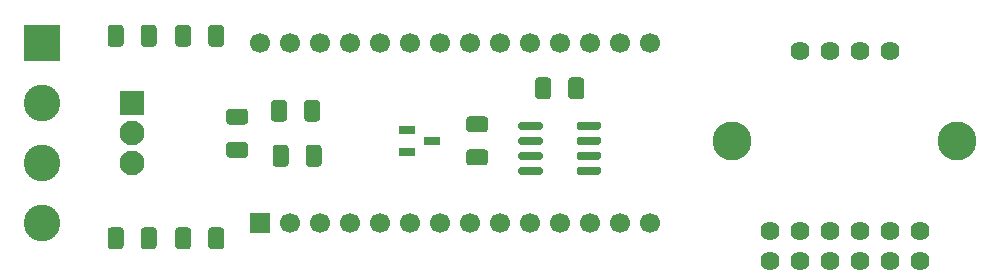
<source format=gbr>
%TF.GenerationSoftware,KiCad,Pcbnew,(5.1.6)-1*%
%TF.CreationDate,2022-04-26T10:23:00-04:00*%
%TF.ProjectId,rs485_5vreg_tray_short_v2,72733438-355f-4357-9672-65675f747261,v2*%
%TF.SameCoordinates,Original*%
%TF.FileFunction,Soldermask,Top*%
%TF.FilePolarity,Negative*%
%FSLAX46Y46*%
G04 Gerber Fmt 4.6, Leading zero omitted, Abs format (unit mm)*
G04 Created by KiCad (PCBNEW (5.1.6)-1) date 2022-04-26 10:23:00*
%MOMM*%
%LPD*%
G01*
G04 APERTURE LIST*
%ADD10C,1.624000*%
%ADD11C,3.300000*%
%ADD12R,1.440000X0.740000*%
%ADD13C,3.100000*%
%ADD14R,3.100000X3.100000*%
%ADD15R,2.100000X2.100000*%
%ADD16C,2.100000*%
%ADD17C,1.700000*%
%ADD18R,1.700000X1.700000*%
G04 APERTURE END LIST*
D10*
%TO.C,BNO055 IMU*%
X116840000Y-123190000D03*
X119380000Y-123190000D03*
X121920000Y-123190000D03*
X124460000Y-123190000D03*
X127000000Y-123190000D03*
X129540000Y-123190000D03*
X119380000Y-105410000D03*
X121920000Y-105410000D03*
X124460000Y-105410000D03*
X127000000Y-105410000D03*
X116840000Y-120650000D03*
X119380000Y-120650000D03*
X121920000Y-120650000D03*
X124460000Y-120650000D03*
X127000000Y-120650000D03*
X129540000Y-120650000D03*
%TD*%
D11*
%TO.C,REF\u002A\u002A*%
X132715000Y-113030000D03*
%TD*%
%TO.C,REF\u002A\u002A*%
X113665000Y-113030000D03*
%TD*%
%TO.C,C1*%
G36*
G01*
X74630000Y-111145000D02*
X74630000Y-109835000D01*
G75*
G02*
X74900000Y-109565000I270000J0D01*
G01*
X75710000Y-109565000D01*
G75*
G02*
X75980000Y-109835000I0J-270000D01*
G01*
X75980000Y-111145000D01*
G75*
G02*
X75710000Y-111415000I-270000J0D01*
G01*
X74900000Y-111415000D01*
G75*
G02*
X74630000Y-111145000I0J270000D01*
G01*
G37*
G36*
G01*
X77430000Y-111145000D02*
X77430000Y-109835000D01*
G75*
G02*
X77700000Y-109565000I270000J0D01*
G01*
X78510000Y-109565000D01*
G75*
G02*
X78780000Y-109835000I0J-270000D01*
G01*
X78780000Y-111145000D01*
G75*
G02*
X78510000Y-111415000I-270000J0D01*
G01*
X77700000Y-111415000D01*
G75*
G02*
X77430000Y-111145000I0J270000D01*
G01*
G37*
%TD*%
%TO.C,C2*%
G36*
G01*
X77560000Y-114955000D02*
X77560000Y-113645000D01*
G75*
G02*
X77830000Y-113375000I270000J0D01*
G01*
X78640000Y-113375000D01*
G75*
G02*
X78910000Y-113645000I0J-270000D01*
G01*
X78910000Y-114955000D01*
G75*
G02*
X78640000Y-115225000I-270000J0D01*
G01*
X77830000Y-115225000D01*
G75*
G02*
X77560000Y-114955000I0J270000D01*
G01*
G37*
G36*
G01*
X74760000Y-114955000D02*
X74760000Y-113645000D01*
G75*
G02*
X75030000Y-113375000I270000J0D01*
G01*
X75840000Y-113375000D01*
G75*
G02*
X76110000Y-113645000I0J-270000D01*
G01*
X76110000Y-114955000D01*
G75*
G02*
X75840000Y-115225000I-270000J0D01*
G01*
X75030000Y-115225000D01*
G75*
G02*
X74760000Y-114955000I0J270000D01*
G01*
G37*
%TD*%
%TO.C,C3*%
G36*
G01*
X96985000Y-109240000D02*
X96985000Y-107930000D01*
G75*
G02*
X97255000Y-107660000I270000J0D01*
G01*
X98065000Y-107660000D01*
G75*
G02*
X98335000Y-107930000I0J-270000D01*
G01*
X98335000Y-109240000D01*
G75*
G02*
X98065000Y-109510000I-270000J0D01*
G01*
X97255000Y-109510000D01*
G75*
G02*
X96985000Y-109240000I0J270000D01*
G01*
G37*
G36*
G01*
X99785000Y-109240000D02*
X99785000Y-107930000D01*
G75*
G02*
X100055000Y-107660000I270000J0D01*
G01*
X100865000Y-107660000D01*
G75*
G02*
X101135000Y-107930000I0J-270000D01*
G01*
X101135000Y-109240000D01*
G75*
G02*
X100865000Y-109510000I-270000J0D01*
G01*
X100055000Y-109510000D01*
G75*
G02*
X99785000Y-109240000I0J270000D01*
G01*
G37*
%TD*%
D12*
%TO.C,TVSDIODE*%
X88265000Y-113030000D03*
X86165000Y-113980000D03*
X86165000Y-112080000D03*
%TD*%
D13*
%TO.C,J1*%
X55245000Y-120015000D03*
D14*
X55245000Y-104775000D03*
D13*
X55245000Y-114935000D03*
X55245000Y-109855000D03*
%TD*%
%TO.C,L1*%
G36*
G01*
X72410000Y-114470000D02*
X71100000Y-114470000D01*
G75*
G02*
X70830000Y-114200000I0J270000D01*
G01*
X70830000Y-113390000D01*
G75*
G02*
X71100000Y-113120000I270000J0D01*
G01*
X72410000Y-113120000D01*
G75*
G02*
X72680000Y-113390000I0J-270000D01*
G01*
X72680000Y-114200000D01*
G75*
G02*
X72410000Y-114470000I-270000J0D01*
G01*
G37*
G36*
G01*
X72410000Y-111670000D02*
X71100000Y-111670000D01*
G75*
G02*
X70830000Y-111400000I0J270000D01*
G01*
X70830000Y-110590000D01*
G75*
G02*
X71100000Y-110320000I270000J0D01*
G01*
X72410000Y-110320000D01*
G75*
G02*
X72680000Y-110590000I0J-270000D01*
G01*
X72680000Y-111400000D01*
G75*
G02*
X72410000Y-111670000I-270000J0D01*
G01*
G37*
%TD*%
%TO.C,R1*%
G36*
G01*
X64940000Y-103485000D02*
X64940000Y-104795000D01*
G75*
G02*
X64670000Y-105065000I-270000J0D01*
G01*
X63860000Y-105065000D01*
G75*
G02*
X63590000Y-104795000I0J270000D01*
G01*
X63590000Y-103485000D01*
G75*
G02*
X63860000Y-103215000I270000J0D01*
G01*
X64670000Y-103215000D01*
G75*
G02*
X64940000Y-103485000I0J-270000D01*
G01*
G37*
G36*
G01*
X62140000Y-103485000D02*
X62140000Y-104795000D01*
G75*
G02*
X61870000Y-105065000I-270000J0D01*
G01*
X61060000Y-105065000D01*
G75*
G02*
X60790000Y-104795000I0J270000D01*
G01*
X60790000Y-103485000D01*
G75*
G02*
X61060000Y-103215000I270000J0D01*
G01*
X61870000Y-103215000D01*
G75*
G02*
X62140000Y-103485000I0J-270000D01*
G01*
G37*
%TD*%
%TO.C,R2*%
G36*
G01*
X69305000Y-121940000D02*
X69305000Y-120630000D01*
G75*
G02*
X69575000Y-120360000I270000J0D01*
G01*
X70385000Y-120360000D01*
G75*
G02*
X70655000Y-120630000I0J-270000D01*
G01*
X70655000Y-121940000D01*
G75*
G02*
X70385000Y-122210000I-270000J0D01*
G01*
X69575000Y-122210000D01*
G75*
G02*
X69305000Y-121940000I0J270000D01*
G01*
G37*
G36*
G01*
X66505000Y-121940000D02*
X66505000Y-120630000D01*
G75*
G02*
X66775000Y-120360000I270000J0D01*
G01*
X67585000Y-120360000D01*
G75*
G02*
X67855000Y-120630000I0J-270000D01*
G01*
X67855000Y-121940000D01*
G75*
G02*
X67585000Y-122210000I-270000J0D01*
G01*
X66775000Y-122210000D01*
G75*
G02*
X66505000Y-121940000I0J270000D01*
G01*
G37*
%TD*%
%TO.C,TERM*%
G36*
G01*
X91420000Y-110955000D02*
X92730000Y-110955000D01*
G75*
G02*
X93000000Y-111225000I0J-270000D01*
G01*
X93000000Y-112035000D01*
G75*
G02*
X92730000Y-112305000I-270000J0D01*
G01*
X91420000Y-112305000D01*
G75*
G02*
X91150000Y-112035000I0J270000D01*
G01*
X91150000Y-111225000D01*
G75*
G02*
X91420000Y-110955000I270000J0D01*
G01*
G37*
G36*
G01*
X91420000Y-113755000D02*
X92730000Y-113755000D01*
G75*
G02*
X93000000Y-114025000I0J-270000D01*
G01*
X93000000Y-114835000D01*
G75*
G02*
X92730000Y-115105000I-270000J0D01*
G01*
X91420000Y-115105000D01*
G75*
G02*
X91150000Y-114835000I0J270000D01*
G01*
X91150000Y-114025000D01*
G75*
G02*
X91420000Y-113755000I270000J0D01*
G01*
G37*
%TD*%
D15*
%TO.C,DC/DC*%
X62865000Y-109855000D03*
D16*
X62865000Y-112395000D03*
X62865000Y-114935000D03*
%TD*%
%TO.C,RECV*%
G36*
G01*
X66505000Y-104795000D02*
X66505000Y-103485000D01*
G75*
G02*
X66775000Y-103215000I270000J0D01*
G01*
X67585000Y-103215000D01*
G75*
G02*
X67855000Y-103485000I0J-270000D01*
G01*
X67855000Y-104795000D01*
G75*
G02*
X67585000Y-105065000I-270000J0D01*
G01*
X66775000Y-105065000D01*
G75*
G02*
X66505000Y-104795000I0J270000D01*
G01*
G37*
G36*
G01*
X69305000Y-104795000D02*
X69305000Y-103485000D01*
G75*
G02*
X69575000Y-103215000I270000J0D01*
G01*
X70385000Y-103215000D01*
G75*
G02*
X70655000Y-103485000I0J-270000D01*
G01*
X70655000Y-104795000D01*
G75*
G02*
X70385000Y-105065000I-270000J0D01*
G01*
X69575000Y-105065000D01*
G75*
G02*
X69305000Y-104795000I0J270000D01*
G01*
G37*
%TD*%
%TO.C,SEND*%
G36*
G01*
X63590000Y-121940000D02*
X63590000Y-120630000D01*
G75*
G02*
X63860000Y-120360000I270000J0D01*
G01*
X64670000Y-120360000D01*
G75*
G02*
X64940000Y-120630000I0J-270000D01*
G01*
X64940000Y-121940000D01*
G75*
G02*
X64670000Y-122210000I-270000J0D01*
G01*
X63860000Y-122210000D01*
G75*
G02*
X63590000Y-121940000I0J270000D01*
G01*
G37*
G36*
G01*
X60790000Y-121940000D02*
X60790000Y-120630000D01*
G75*
G02*
X61060000Y-120360000I270000J0D01*
G01*
X61870000Y-120360000D01*
G75*
G02*
X62140000Y-120630000I0J-270000D01*
G01*
X62140000Y-121940000D01*
G75*
G02*
X61870000Y-122210000I-270000J0D01*
G01*
X61060000Y-122210000D01*
G75*
G02*
X60790000Y-121940000I0J270000D01*
G01*
G37*
%TD*%
D17*
%TO.C,TEENSYLC*%
X106680000Y-104775000D03*
X106680000Y-120015000D03*
X104140000Y-104775000D03*
X101600000Y-104775000D03*
X99060000Y-104775000D03*
X96520000Y-104775000D03*
X93980000Y-104775000D03*
X91440000Y-104775000D03*
X88900000Y-104775000D03*
X86360000Y-104775000D03*
X83820000Y-104775000D03*
X81280000Y-104775000D03*
X78740000Y-104775000D03*
X76200000Y-104775000D03*
X73660000Y-104775000D03*
X104140000Y-120015000D03*
X101600000Y-120015000D03*
X99060000Y-120015000D03*
X96520000Y-120015000D03*
X93980000Y-120015000D03*
X91440000Y-120015000D03*
X88900000Y-120015000D03*
X86360000Y-120015000D03*
X83820000Y-120015000D03*
X81280000Y-120015000D03*
X78740000Y-120015000D03*
X76200000Y-120015000D03*
D18*
X73660000Y-120015000D03*
%TD*%
%TO.C,RS485*%
G36*
G01*
X102560000Y-115395000D02*
X102560000Y-115745000D01*
G75*
G02*
X102385000Y-115920000I-175000J0D01*
G01*
X100685000Y-115920000D01*
G75*
G02*
X100510000Y-115745000I0J175000D01*
G01*
X100510000Y-115395000D01*
G75*
G02*
X100685000Y-115220000I175000J0D01*
G01*
X102385000Y-115220000D01*
G75*
G02*
X102560000Y-115395000I0J-175000D01*
G01*
G37*
G36*
G01*
X102560000Y-114125000D02*
X102560000Y-114475000D01*
G75*
G02*
X102385000Y-114650000I-175000J0D01*
G01*
X100685000Y-114650000D01*
G75*
G02*
X100510000Y-114475000I0J175000D01*
G01*
X100510000Y-114125000D01*
G75*
G02*
X100685000Y-113950000I175000J0D01*
G01*
X102385000Y-113950000D01*
G75*
G02*
X102560000Y-114125000I0J-175000D01*
G01*
G37*
G36*
G01*
X102560000Y-112855000D02*
X102560000Y-113205000D01*
G75*
G02*
X102385000Y-113380000I-175000J0D01*
G01*
X100685000Y-113380000D01*
G75*
G02*
X100510000Y-113205000I0J175000D01*
G01*
X100510000Y-112855000D01*
G75*
G02*
X100685000Y-112680000I175000J0D01*
G01*
X102385000Y-112680000D01*
G75*
G02*
X102560000Y-112855000I0J-175000D01*
G01*
G37*
G36*
G01*
X102560000Y-111585000D02*
X102560000Y-111935000D01*
G75*
G02*
X102385000Y-112110000I-175000J0D01*
G01*
X100685000Y-112110000D01*
G75*
G02*
X100510000Y-111935000I0J175000D01*
G01*
X100510000Y-111585000D01*
G75*
G02*
X100685000Y-111410000I175000J0D01*
G01*
X102385000Y-111410000D01*
G75*
G02*
X102560000Y-111585000I0J-175000D01*
G01*
G37*
G36*
G01*
X97610000Y-111585000D02*
X97610000Y-111935000D01*
G75*
G02*
X97435000Y-112110000I-175000J0D01*
G01*
X95735000Y-112110000D01*
G75*
G02*
X95560000Y-111935000I0J175000D01*
G01*
X95560000Y-111585000D01*
G75*
G02*
X95735000Y-111410000I175000J0D01*
G01*
X97435000Y-111410000D01*
G75*
G02*
X97610000Y-111585000I0J-175000D01*
G01*
G37*
G36*
G01*
X97610000Y-112855000D02*
X97610000Y-113205000D01*
G75*
G02*
X97435000Y-113380000I-175000J0D01*
G01*
X95735000Y-113380000D01*
G75*
G02*
X95560000Y-113205000I0J175000D01*
G01*
X95560000Y-112855000D01*
G75*
G02*
X95735000Y-112680000I175000J0D01*
G01*
X97435000Y-112680000D01*
G75*
G02*
X97610000Y-112855000I0J-175000D01*
G01*
G37*
G36*
G01*
X97610000Y-114125000D02*
X97610000Y-114475000D01*
G75*
G02*
X97435000Y-114650000I-175000J0D01*
G01*
X95735000Y-114650000D01*
G75*
G02*
X95560000Y-114475000I0J175000D01*
G01*
X95560000Y-114125000D01*
G75*
G02*
X95735000Y-113950000I175000J0D01*
G01*
X97435000Y-113950000D01*
G75*
G02*
X97610000Y-114125000I0J-175000D01*
G01*
G37*
G36*
G01*
X97610000Y-115395000D02*
X97610000Y-115745000D01*
G75*
G02*
X97435000Y-115920000I-175000J0D01*
G01*
X95735000Y-115920000D01*
G75*
G02*
X95560000Y-115745000I0J175000D01*
G01*
X95560000Y-115395000D01*
G75*
G02*
X95735000Y-115220000I175000J0D01*
G01*
X97435000Y-115220000D01*
G75*
G02*
X97610000Y-115395000I0J-175000D01*
G01*
G37*
%TD*%
M02*

</source>
